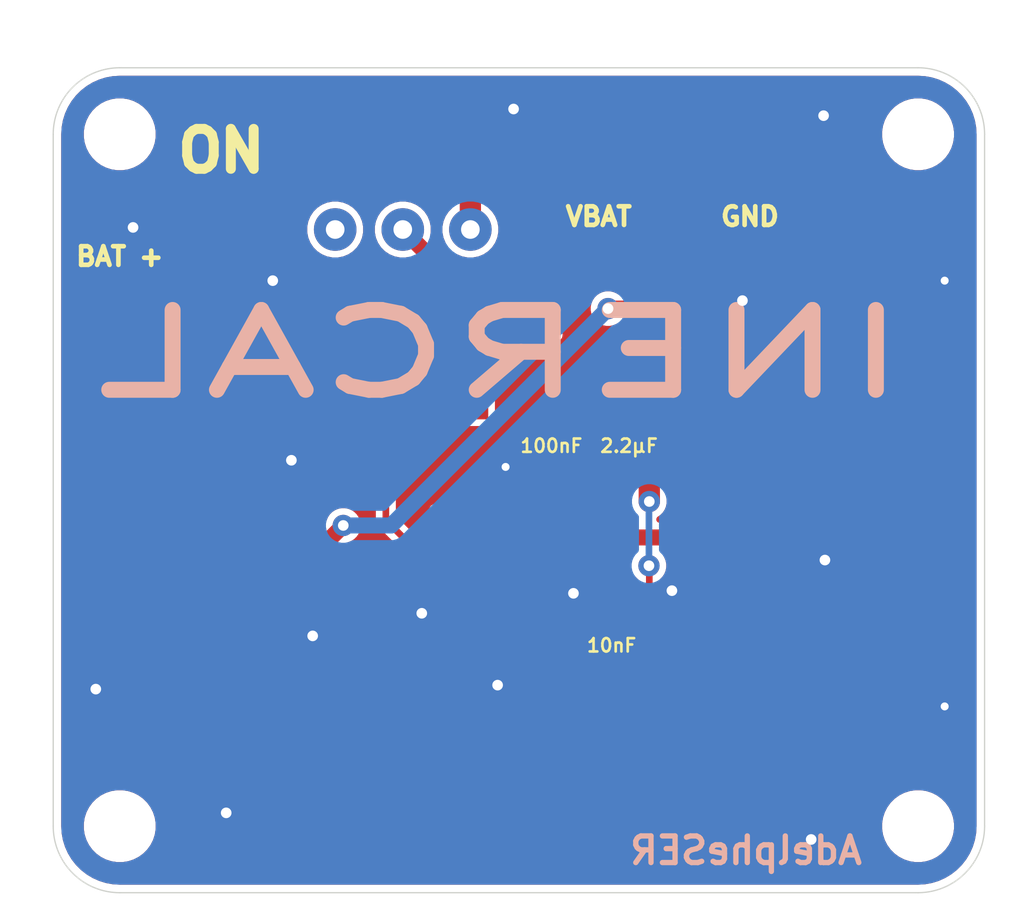
<source format=kicad_pcb>
(kicad_pcb (version 20241229) (generator "pcbnew") (generator_version "9.0")
  (layers (0 "F.Cu" signal) (2 "B.Cu" signal) (13 "F.Paste" user) (15 "B.Paste" user) (5 "F.SilkS" user "F.Silkscreen") (7 "B.SilkS" user "B.Silkscreen") (1 "F.Mask" user) (3 "B.Mask" user) (25 "Edge.Cuts" user))
  (net 0 "")
  (net 1 "Net-(IC1-VDD)")
  (net 2 "GND")
  (net 3 "Net-(IC1-SDA{slash}SDI{slash}SDIO)")
  (net 4 "Net-(IC1-INT1{slash}INT)")
  (net 6 "Net-(IC1-SCL{slash}SCLK)")
  (net 7 "Net-(IC1-nCS)")
  (net 8 "Net-(IC1-AD0{slash}SDO)")
  (net 9 "Net-(J1-Pad2)")
  (net 10 "Net-(J2-Pad1)")
  (net 11 "Net-(LED1-A)")
  (net 13 "Net-(M1-GPIO3{slash}A1{slash}D1)")
  (net 18 "Net-(M1-GPIO2{slash}A0{slash}D0)")
  (footprint "_MountingHole_GRZ:MountingHole_2.2mm_M2" (layer "F.Cu") (at 154 100)
    (property "Reference" "H1" (hide yes))
    (property "Value" "MountingHole" (hide yes))
    (pad "" np_thru_hole circle (at 0 0) (size 2.2 2.2) (drill 2.2) (layers "*.Cu" "*.Mask"))
  )
  (footprint "_Resistors_GRZ:R_0603" (layer "F.Cu") (at 148.3 112.9 180)
    (property "Reference" "R1")
    (property "Value" "390")
    (pad "1" smd roundrect (at -0.8 0 180) (size 0.6 0.9) (layers "F.Cu" "F.Mask" "F.Paste") (roundrect_rratio 0.083) (net 11 "Net-(LED1-A)"))
    (pad "2" smd roundrect (at 0.8 0 180) (size 0.6 0.9) (layers "F.Cu" "F.Mask" "F.Paste") (roundrect_rratio 0.083) (net 18 "Net-(M1-GPIO2{slash}A0{slash}D0)"))
  )
  (footprint "_Switches_GRZ:1K2_90deg" (layer "F.Cu") (at 134.636 103.5785 180)
    (property "Reference" "SW1")
    (property "Value" "1K2")
    (pad "1" thru_hole circle (at 0 0 180) (size 1.6 1.6) (drill 0.7) (layers "*.Cu" "*.Mask") (net 9 "Net-(J1-Pad2)"))
    (pad "2" thru_hole circle (at 2.54 0 180) (size 1.6 1.6) (drill 0.7) (layers "*.Cu" "*.Mask"))
    (pad "3" thru_hole circle (at -2.54 0 180) (size 1.6 1.6) (drill 0.7) (layers "*.Cu" "*.Mask") (net 10 "Net-(J2-Pad1)"))
  )
  (footprint "_Capacitors_GRZ:C_0603" (layer "F.Cu") (at 142.5 113.7 -90)
    (property "Reference" "C2")
    (property "Value" "2.2µ")
    (pad "1" smd roundrect (at -0.8 0 270) (size 0.6 0.9) (layers "F.Cu" "F.Mask" "F.Paste") (roundrect_rratio 0.0833) (net 2 "GND"))
    (pad "2" smd roundrect (at 0.8 0 270) (size 0.6 0.9) (layers "F.Cu" "F.Mask" "F.Paste") (roundrect_rratio 0.083) (net 1 "Net-(IC1-VDD)"))
  )
  (footprint "_MountingHole_GRZ:MountingHole_2.2mm_M2" (layer "F.Cu") (at 154 126)
    (property "Reference" "H1" (hide yes))
    (property "Value" "MountingHole" (hide yes))
    (pad "" np_thru_hole circle (at 0 0) (size 2.2 2.2) (drill 2.2) (layers "*.Cu" "*.Mask"))
  )
  (footprint "_Switches_GRZ:KSC3J" (layer "F.Cu") (at 125.096 114.9785 -90)
    (property "Reference" "PB1")
    (property "Value" "KSC3J")
    (pad "1" smd rect (at -2.9 -2 270) (size 2.8 1) (layers "F.Cu" "F.Mask" "F.Paste") (net 13 "Net-(M1-GPIO3{slash}A1{slash}D1)"))
    (pad "2" smd rect (at -2.9 2 270) (size 2.8 1) (layers "F.Cu" "F.Mask" "F.Paste") (net 2 "GND"))
    (pad "3" smd rect (at 2.9 2 270) (size 2.8 1) (layers "F.Cu" "F.Mask" "F.Paste") (net 2 "GND"))
    (pad "4" smd rect (at 2.9 -2 270) (size 2.8 1) (layers "F.Cu" "F.Mask" "F.Paste") (net 13 "Net-(M1-GPIO3{slash}A1{slash}D1)"))
  )
  (footprint "_Wire_Pads_GRZ:SquareWirePad_SMD_2x4mm" (layer "F.Cu") (at 126.096 107.5785)
    (property "Reference" "J2")
    (property "Value" "CON01" (hide yes))
    (pad "1" smd rect (at 0 0) (size 2 4) (layers "F.Cu" "F.Mask") (net 10 "Net-(J2-Pad1)"))
  )
  (footprint "_MountingHole_GRZ:MountingHole_2.2mm_M2" (layer "F.Cu") (at 124 100)
    (property "Reference" "H1" (hide yes))
    (property "Value" "MountingHole" (hide yes))
    (pad "" np_thru_hole circle (at 0 0) (size 2.2 2.2) (drill 2.2) (layers "*.Cu" "*.Mask"))
  )
  (footprint "_Opto_GRZ:KP-1608CGCK" (layer "F.Cu") (at 150.3 104.35 -90)
    (property "Reference" "LED1")
    (property "Value" "KP-1608CGCK")
    (pad "1" smd rect (at -0.825 0 90) (size 0.8 0.8) (layers "F.Cu" "F.Mask" "F.Paste") (net 2 "GND"))
    (pad "2" smd rect (at 0.825 0 90) (size 0.8 0.8) (layers "F.Cu" "F.Mask" "F.Paste") (net 11 "Net-(LED1-A)"))
  )
  (footprint "_Capacitors_GRZ:C_0603" (layer "F.Cu") (at 140.5 113.7 -90)
    (property "Reference" "C3")
    (property "Value" "100n")
    (pad "1" smd roundrect (at -0.8 0 270) (size 0.6 0.9) (layers "F.Cu" "F.Mask" "F.Paste") (roundrect_rratio 0.0833) (net 2 "GND"))
    (pad "2" smd roundrect (at 0.8 0 270) (size 0.6 0.9) (layers "F.Cu" "F.Mask" "F.Paste") (roundrect_rratio 0.083) (net 1 "Net-(IC1-VDD)"))
  )
  (footprint "_Modules_GRZ:XIAO-ESP32C3_Socket_SMD" (layer "F.Cu") (at 139.88 115.7925)
    (property "Reference" "M1")
    (property "Value" "XIAO-ESP32C3")
    (pad "J1-1" smd rect (at -7.62 9.2075) (size 1.016 1.905) (layers "F.Cu" "F.Mask" "F.Paste"))
    (pad "J1-2" smd rect (at -5.08 6.0325) (size 1.016 1.905) (layers "F.Cu" "F.Mask" "F.Paste") (net 6 "Net-(IC1-SCL{slash}SCLK)"))
    (pad "J1-3" smd rect (at -2.54 9.2075) (size 1.016 1.905) (layers "F.Cu" "F.Mask" "F.Paste") (net 8 "Net-(IC1-AD0{slash}SDO)"))
    (pad "J1-4" smd rect (at 0 6.0325) (size 1.016 1.905) (layers "F.Cu" "F.Mask" "F.Paste") (net 3 "Net-(IC1-SDA{slash}SDI{slash}SDIO)"))
    (pad "J1-5" smd rect (at 2.54 9.2075) (size 1.016 1.905) (layers "F.Cu" "F.Mask" "F.Paste") (net 1 "Net-(IC1-VDD)"))
    (pad "J1-6" smd rect (at 5.08 6.0325) (size 1.016 1.905) (layers "F.Cu" "F.Mask" "F.Paste") (net 2 "GND"))
    (pad "J1-7" smd rect (at 7.62 9.2075) (size 1.016 1.905) (layers "F.Cu" "F.Mask" "F.Paste"))
    (pad "J2-1" smd rect (at 7.62 -6.0325) (size 1.016 1.905) (layers "F.Cu" "F.Mask" "F.Paste") (net 18 "Net-(M1-GPIO2{slash}A0{slash}D0)"))
    (pad "J2-2" smd rect (at 5.08 -9.2075) (size 1.016 1.905) (layers "F.Cu" "F.Mask" "F.Paste") (net 13 "Net-(M1-GPIO3{slash}A1{slash}D1)"))
    (pad "J2-3" smd rect (at 2.54 -6.0325) (size 1.016 1.905) (layers "F.Cu" "F.Mask" "F.Paste") (net 4 "Net-(IC1-INT1{slash}INT)"))
    (pad "J2-4" smd rect (at 0 -9.2075) (size 1.016 1.905) (layers "F.Cu" "F.Mask" "F.Paste") (net 7 "Net-(IC1-nCS)"))
    (pad "J2-5" smd rect (at -2.54 -6.0325) (size 1.016 1.905) (layers "F.Cu" "F.Mask" "F.Paste"))
    (pad "J2-6" smd rect (at -5.08 -9.2075) (size 1.016 1.905) (layers "F.Cu" "F.Mask" "F.Paste"))
    (pad "J2-7" smd rect (at -7.62 -6.0325) (size 1.016 1.905) (layers "F.Cu" "F.Mask" "F.Paste"))
  )
  (footprint "_Capacitors_GRZ:C_0603" (layer "F.Cu") (at 142.5 117.05 -90)
    (property "Reference" "C1")
    (property "Value" "10n")
    (pad "1" smd roundrect (at -0.8 0 270) (size 0.6 0.9) (layers "F.Cu" "F.Mask" "F.Paste") (roundrect_rratio 0.0833) (net 1 "Net-(IC1-VDD)"))
    (pad "2" smd roundrect (at 0.8 0 270) (size 0.6 0.9) (layers "F.Cu" "F.Mask" "F.Paste") (roundrect_rratio 0.083) (net 2 "GND"))
  )
  (footprint "_Connectors_GRZ:PicoBlade_53261-0271" (layer "F.Cu") (at 144.921 101.5285 180)
    (property "Reference" "J1")
    (property "Value" "CON02")
    (pad "" smd rect (at -3.175 1.45 180) (size 2.1 3) (layers "F.Cu" "F.Mask" "F.Paste"))
    (pad "" smd rect (at 3.175 1.45 180) (size 2.1 3) (layers "F.Cu" "F.Mask" "F.Paste"))
    (pad "1" smd rect (at -0.625 -1.45 180) (size 0.8 1.6) (layers "F.Cu" "F.Mask" "F.Paste") (net 2 "GND"))
    (pad "2" smd rect (at 0.625 -1.45 180) (size 0.8 1.6) (layers "F.Cu" "F.Mask" "F.Paste") (net 9 "Net-(J1-Pad2)"))
  )
  (footprint "_MountingHole_GRZ:MountingHole_2.2mm_M2" (layer "F.Cu") (at 124 126)
    (property "Reference" "H1" (hide yes))
    (property "Value" "MountingHole" (hide yes))
    (pad "" np_thru_hole circle (at 0 0) (size 2.2 2.2) (drill 2.2) (layers "*.Cu" "*.Mask"))
  )
  (footprint "_Sensors_GRZ:ICM-42688-P" (layer "F.Cu") (at 136.75 115.7375 90)
    (property "Reference" "IC1")
    (property "Value" "ICM-42688-P")
    (pad "1" smd rect (at -1.2625 -0.75 90) (size 0.675 0.25) (layers "F.Cu" "F.Mask" "F.Paste") (net 8 "Net-(IC1-AD0{slash}SDO)"))
    (pad "2" smd rect (at -1.2625 -0.25 90) (size 0.675 0.25) (layers "F.Cu" "F.Mask" "F.Paste") (net 2 "GND"))
    (pad "3" smd rect (at -1.2625 0.25 90) (size 0.675 0.25) (layers "F.Cu" "F.Mask" "F.Paste") (net 2 "GND"))
    (pad "4" smd rect (at -1.2625 0.75 90) (size 0.675 0.25) (layers "F.Cu" "F.Mask" "F.Paste") (net 4 "Net-(IC1-INT1{slash}INT)"))
    (pad "5" smd rect (at -0.5 1.0125 90) (size 0.25 0.675) (layers "F.Cu" "F.Mask" "F.Paste") (net 1 "Net-(IC1-VDD)"))
    (pad "6" smd rect (at 0 1.0125 90) (size 0.25 0.675) (layers "F.Cu" "F.Mask" "F.Paste") (net 2 "GND"))
    (pad "7" smd rect (at 0.5 1.0125 90) (size 0.25 0.675) (layers "F.Cu" "F.Mask" "F.Paste") (net 2 "GND"))
    (pad "8" smd rect (at 1.2625 0.75 90) (size 0.675 0.25) (layers "F.Cu" "F.Mask" "F.Paste") (net 1 "Net-(IC1-VDD)"))
    (pad "9" smd rect (at 1.2625 0.25 90) (size 0.675 0.25) (layers "F.Cu" "F.Mask" "F.Paste"))
    (pad "10" smd rect (at 1.2625 -0.25 90) (size 0.675 0.25) (layers "F.Cu" "F.Mask" "F.Paste") (net 2 "GND"))
    (pad "11" smd rect (at 1.2625 -0.75 90) (size 0.675 0.25) (layers "F.Cu" "F.Mask" "F.Paste") (net 2 "GND"))
    (pad "12" smd rect (at 0.5 -1.0125 90) (size 0.25 0.675) (layers "F.Cu" "F.Mask" "F.Paste") (net 7 "Net-(IC1-nCS)"))
    (pad "13" smd rect (at 0 -1.0125 90) (size 0.25 0.675) (layers "F.Cu" "F.Mask" "F.Paste") (net 6 "Net-(IC1-SCL{slash}SCLK)"))
    (pad "14" smd rect (at -0.5 -1.0125 90) (size 0.25 0.675) (layers "F.Cu" "F.Mask" "F.Paste") (net 3 "Net-(IC1-SDA{slash}SDI{slash}SDIO)"))
  )
  (gr_arc (start 156.5 126) (mid 155.767767 127.767767) (end 154 128.5) (stroke (width 0.05)) (layer "Edge.Cuts"))
  (gr_line (start 121.5 126) (end 121.5 100) (stroke (width 0.05)) (layer "Edge.Cuts"))
  (gr_line (start 154 128.5) (end 124 128.5) (stroke (width 0.05)) (layer "Edge.Cuts"))
  (gr_line (start 156.5 100) (end 156.5 126) (stroke (width 0.05)) (layer "Edge.Cuts"))
  (gr_arc (start 154 97.5) (mid 155.767767 98.232233) (end 156.5 100) (stroke (width 0.05)) (layer "Edge.Cuts"))
  (gr_line (start 124 97.5) (end 154 97.5) (stroke (width 0.05)) (layer "Edge.Cuts"))
  (gr_arc (start 121.5 100) (mid 122.232233 98.232233) (end 124 97.5) (stroke (width 0.05)) (layer "Edge.Cuts"))
  (gr_arc (start 124 128.5) (mid 122.232233 127.767767) (end 121.5 126) (stroke (width 0.05)) (layer "Edge.Cuts"))
  (gr_text "GND" (at 146.5 103.5 0) (layer "F.SilkS") (effects (font (size 0.7 0.7) (thickness 0.175) (bold yes)) (justify left bottom)))
  (gr_text "2.2µF" (at 142 112 0) (layer "F.SilkS") (effects (font (size 0.5 0.5) (thickness 0.1) (bold yes)) (justify left bottom)))
  (gr_text "BAT +" (at 124 105 0) (layer "F.SilkS") (effects (font (size 0.7 0.7) (thickness 0.175) (bold yes)) (justify bottom)))
  (gr_text "100nF" (at 139 112 0) (layer "F.SilkS") (effects (font (size 0.5 0.5) (thickness 0.1) (bold yes)) (justify left bottom)))
  (gr_text "ON" (at 126 101.5 0) (layer "F.SilkS") (effects (font (size 1.5 1.5) (thickness 0.375) (bold yes)) (justify left bottom)))
  (gr_text "VBAT" (at 142 103.5 0) (layer "F.SilkS") (effects (font (size 0.7 0.7) (thickness 0.175) (bold yes)) (justify bottom)))
  (gr_text "10nF" (at 141.5 119.5 0) (layer "F.SilkS") (effects (font (size 0.5 0.5) (thickness 0.1) (bold yes)) (justify left bottom)))
  (gr_text "AdelpheSER" (at 152 127.5 0) (layer "B.SilkS") (effects (font (size 1 1) (thickness 0.2) (bold yes)) (justify left bottom mirror)))
  (gr_text "INERCAL" (at 154 110 0) (layer "B.SilkS") (effects (font (size 3 5) (thickness 0.6) (bold yes)) (justify left bottom mirror)))
  (segment (start 145.75 115.95) (end 144.95 115.15) (width 0.6) (layer "F.Cu") (net 1))
  (segment (start 145.75 118.05) (end 145.75 115.95) (width 0.6) (layer "F.Cu") (net 1))
  (segment (start 142.42 125) (end 143.2 124.22) (width 0.6) (layer "F.Cu") (net 1))
  (segment (start 140.475 114.475) (end 140.5 114.5) (width 0.25) (layer "F.Cu") (net 1))
  (segment (start 142.5 115.4) (end 142.5 116.25) (width 0.8) (layer "F.Cu") (net 1))
  (segment (start 142.4875 116.2375) (end 142.5 116.25) (width 0.25) (layer "F.Cu") (net 1))
  (segment (start 144.95 115.15) (end 142.75 115.15) (width 0.6) (layer "F.Cu") (net 1))
  (segment (start 142.75 115.15) (end 142.5 115.4) (width 0.6) (layer "F.Cu") (net 1))
  (segment (start 143.2 124.22) (end 143.2 120.6) (width 0.6) (layer "F.Cu") (net 1))
  (segment (start 137.7625 116.2375) (end 142.4875 116.2375) (width 0.25) (layer "F.Cu") (net 1))
  (segment (start 137.5 114.475) (end 140.475 114.475) (width 0.25) (layer "F.Cu") (net 1))
  (segment (start 143.2 120.6) (end 145.75 118.05) (width 0.6) (layer "F.Cu") (net 1))
  (segment (start 142.5 114.5) (end 142.5 115.4) (width 0.8) (layer "F.Cu") (net 1))
  (segment (start 142.5 114.5) (end 140.5 114.5) (width 0.8) (layer "F.Cu") (net 1))
  (segment (start 136 114.475) (end 136.5 114.475) (width 0.25) (layer "F.Cu") (net 2))
  (segment (start 150.3 103.525) (end 150.225 103.525) (width 0.6) (layer "F.Cu") (net 2))
  (segment (start 136.5 117) (end 137 117) (width 0.25) (layer "F.Cu") (net 2))
  (segment (start 150.225 103.525) (end 150.15 103.45) (width 0.6) (layer "F.Cu") (net 2))
  (segment (start 137.7625 115.7375) (end 137.7625 115.2375) (width 0.25) (layer "F.Cu") (net 2))
  (segment (start 144.96 121.825) (end 144.96 121.39) (width 0.6) (layer "F.Cu") (net 2))
  (segment (start 142.5 117.85) (end 141.65 117.85) (width 0.8) (layer "F.Cu") (net 2))
  (segment (start 141.65 117.85) (end 141.05 117.25) (width 0.8) (layer "F.Cu") (net 2))
  (segment (start 123.096 117.8785) (end 123.1 117.8825) (width 0.6) (layer "F.Cu") (net 2))
  (via (at 131.25 118.85) (size 0.8) (drill 0.4) (layers "F.Cu" "B.Cu") (net 2))
  (via (at 138.2 120.7) (size 0.8) (drill 0.4) (layers "F.Cu" "B.Cu") (net 2))
  (via (at 155 121.5) (size 0.6) (drill 0.3) (layers "F.Cu" "B.Cu") (net 2))
  (via (at 130.45 112.25) (size 0.8) (drill 0.4) (layers "F.Cu" "B.Cu") (net 2))
  (via (at 123.1 120.85) (size 0.8) (drill 0.4) (layers "F.Cu" "B.Cu") (net 2))
  (via (at 155 105.5) (size 0.6) (drill 0.3) (layers "F.Cu" "B.Cu") (net 2))
  (via (at 135.35 118) (size 0.8) (drill 0.4) (layers "F.Cu" "B.Cu") (net 2))
  (via (at 138.8 99.05) (size 0.8) (drill 0.4) (layers "F.Cu" "B.Cu") (net 2))
  (via (at 129.75 105.5) (size 0.8) (drill 0.4) (layers "F.Cu" "B.Cu") (net 2))
  (via (at 150.5 116) (size 0.8) (drill 0.4) (layers "F.Cu" "B.Cu") (net 2))
  (via (at 147.4 106.25) (size 0.8) (drill 0.4) (layers "F.Cu" "B.Cu") (net 2))
  (via (at 149.982874 126.5) (size 0.8) (drill 0.4) (layers "F.Cu" "B.Cu") (net 2))
  (via (at 150.45 99.3) (size 0.8) (drill 0.4) (layers "F.Cu" "B.Cu") (net 2))
  (via (at 128 125.5) (size 0.8) (drill 0.4) (layers "F.Cu" "B.Cu") (net 2))
  (via (at 138.5 112.5) (size 0.6) (drill 0.3) (layers "F.Cu" "B.Cu") (net 2))
  (via (at 141.05 117.25) (size 0.8) (drill 0.4) (layers "F.Cu" "B.Cu") (net 2))
  (via (at 144.75 117.15) (size 0.8) (drill 0.4) (layers "F.Cu" "B.Cu") (net 2))
  (via (at 124.5 103.5) (size 0.8) (drill 0.4) (layers "F.Cu" "B.Cu") (net 2))
  (segment (start 135.7375 116.2375) (end 135.2625 116.2375) (width 0.25) (layer "F.Cu") (net 3))
  (segment (start 134.5 117) (end 134.5 119) (width 0.25) (layer "F.Cu") (net 3))
  (segment (start 135.2625 116.2375) (end 134.5 117) (width 0.25) (layer "F.Cu") (net 3))
  (segment (start 137.325 121.825) (end 139.88 121.825) (width 0.25) (layer "F.Cu") (net 3))
  (segment (start 134.5 119) (end 137.325 121.825) (width 0.25) (layer "F.Cu") (net 3))
  (segment (start 142.42 109.76) (end 143.9 111.24) (width 0.8) (layer "F.Cu") (net 4))
  (segment (start 137.5 117) (end 139.4 117) (width 0.25) (layer "F.Cu") (net 4))
  (segment (start 141.65 119.25) (end 142.8 119.25) (width 0.25) (layer "F.Cu") (net 4))
  (segment (start 143.9 116.225306) (end 143.887347 116.212653) (width 0.25) (layer "F.Cu") (net 4))
  (segment (start 139.4 117) (end 141.65 119.25) (width 0.25) (layer "F.Cu") (net 4))
  (segment (start 142.8 119.25) (end 143.9 118.15) (width 0.25) (layer "F.Cu") (net 4))
  (segment (start 143.9 118.15) (end 143.9 116.225306) (width 0.25) (layer "F.Cu") (net 4))
  (segment (start 143.9 111.24) (end 143.9 113.8) (width 0.8) (layer "F.Cu") (net 4))
  (via (at 143.9 113.8) (size 0.8) (drill 0.4) (layers "F.Cu" "B.Cu") (net 4))
  (via (at 143.887347 116.212653) (size 0.8) (drill 0.4) (layers "F.Cu" "B.Cu") (net 4))
  (segment (start 143.887347 116.212653) (end 143.887347 113.812653) (width 0.25) (layer "B.Cu") (net 4))
  (segment (start 143.887347 113.812653) (end 143.9 113.8) (width 0.25) (layer "B.Cu") (net 4))
  (segment (start 133.5 120.525) (end 134.8 121.825) (width 0.25) (layer "F.Cu") (net 6))
  (segment (start 133.5 117) (end 133.5 120.525) (width 0.25) (layer "F.Cu") (net 6))
  (segment (start 134.7625 115.7375) (end 133.5 117) (width 0.25) (layer "F.Cu") (net 6))
  (segment (start 135.7375 115.7375) (end 134.7625 115.7375) (width 0.25) (layer "F.Cu") (net 6))
  (segment (start 134 114.5) (end 134.7375 115.2375) (width 0.25) (layer "F.Cu") (net 7))
  (segment (start 139.88 106.585) (end 137.415 106.585) (width 0.25) (layer "F.Cu") (net 7))
  (segment (start 134 110) (end 134 114.5) (width 0.25) (layer "F.Cu") (net 7))
  (segment (start 134.7375 115.2375) (end 135.7375 115.2375) (width 0.25) (layer "F.Cu") (net 7))
  (segment (start 137.415 106.585) (end 134 110) (width 0.25) (layer "F.Cu") (net 7))
  (segment (start 136 117.6145) (end 137.8855 119.5) (width 0.25) (layer "F.Cu") (net 8))
  (segment (start 136 117) (end 136 117.6145) (width 0.25) (layer "F.Cu") (net 8))
  (segment (start 140.3 119.5) (end 141.5 120.7) (width 0.25) (layer "F.Cu") (net 8))
  (segment (start 141.5 120.7) (end 141.5 123) (width 0.25) (layer "F.Cu") (net 8))
  (segment (start 139.5 125) (end 137.34 125) (width 0.25) (layer "F.Cu") (net 8))
  (segment (start 137.8855 119.5) (end 140.3 119.5) (width 0.25) (layer "F.Cu") (net 8))
  (segment (start 141.5 123) (end 139.5 125) (width 0.25) (layer "F.Cu") (net 8))
  (segment (start 134.636 103.5785) (end 136.6075 105.55) (width 0.6) (layer "F.Cu") (net 9))
  (segment (start 140.6715 102.9785) (end 144.296 102.9785) (width 0.6) (layer "F.Cu") (net 9))
  (segment (start 136.6075 105.55) (end 138.1 105.55) (width 0.6) (layer "F.Cu") (net 9))
  (segment (start 138.1 105.55) (end 140.6715 102.9785) (width 0.6) (layer "F.Cu") (net 9))
  (segment (start 126.096 107.5785) (end 126.096 103.354) (width 0.8) (layer "F.Cu") (net 10))
  (segment (start 129.45 100) (end 136.55 100) (width 0.8) (layer "F.Cu") (net 10))
  (segment (start 136.55 100) (end 137.176 100.626) (width 0.8) (layer "F.Cu") (net 10))
  (segment (start 137.176 100.626) (end 137.176 103.5785) (width 0.8) (layer "F.Cu") (net 10))
  (segment (start 126.096 103.354) (end 129.45 100) (width 0.8) (layer "F.Cu") (net 10))
  (segment (start 149.7 112.9) (end 150.3 112.3) (width 0.8) (layer "F.Cu") (net 11))
  (segment (start 150.3 112.3) (end 150.3 105.175) (width 0.8) (layer "F.Cu") (net 11))
  (segment (start 149.1 112.9) (end 149.7 112.9) (width 0.8) (layer "F.Cu") (net 11))
  (segment (start 144.925 106.55) (end 144.96 106.585) (width 0.6) (layer "F.Cu") (net 13))
  (segment (start 127.096 117.8785) (end 129.2215 117.8785) (width 0.6) (layer "F.Cu") (net 13))
  (segment (start 142.35 106.55) (end 144.925 106.55) (width 0.6) (layer "F.Cu") (net 13))
  (segment (start 127.096 112.0785) (end 127.096 117.8785) (width 0.6) (layer "F.Cu") (net 13))
  (segment (start 129.2215 117.8785) (end 132.4 114.7) (width 0.6) (layer "F.Cu") (net 13))
  (via (at 142.35 106.55) (size 0.8) (drill 0.4) (layers "F.Cu" "B.Cu") (net 13))
  (via (at 132.4 114.7) (size 0.8) (drill 0.4) (layers "F.Cu" "B.Cu") (net 13))
  (segment (start 134.2 114.7) (end 142.35 106.55) (width 0.6) (layer "B.Cu") (net 13))
  (segment (start 132.4 114.7) (end 134.2 114.7) (width 0.6) (layer "B.Cu") (net 13))
  (segment (start 147.5 109.76) (end 147.5 112.9) (width 0.8) (layer "F.Cu") (net 18))
  (zone (net 2) (net_name "GND") (layers "F.Cu" "B.Cu") (connect_pads (clearance 0.25)) (min_thickness 0.25) (fill yes (thermal_gap 0.25) (thermal_bridge_width 0.25))
    (polygon (pts (xy 119.5 96) (xy 158 96) (xy 158 129.5) (xy 119.5 129.5)))
  )
)
</source>
